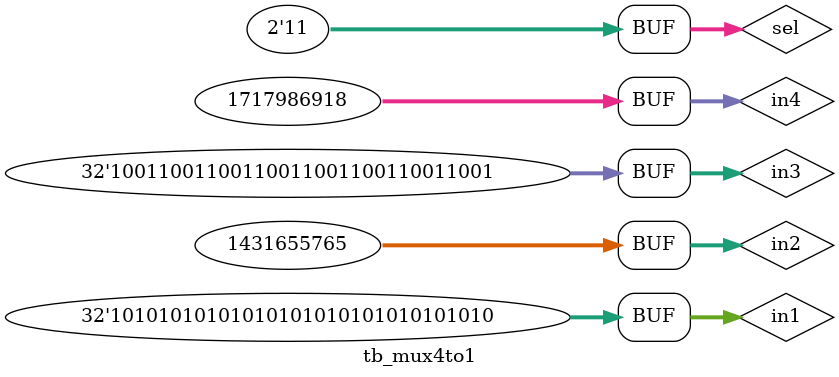
<source format=v>
module tb_mux4to1;
    wire [31:0]out;
    reg [31:0]in1,in2,in3,in4;
    reg [1:0]sel;

    mux4to1 m1(out,in1,in2,in3,in4,sel);

    initial
        $monitor($time," in1=%h in2=%h in3=%h in4=%h sel=%b out=%h",in1,in2,in3,in4,sel,out);
    initial
    begin
        in1=32'b10101010_10101010_10101010_10101010;
        in2=32'b01010101_01010101_01010101_01010101;
        in3=32'b10011001_10011001_10011001_10011001;
        in4=32'b01100110_01100110_01100110_01100110;

        sel=2'b00;
        #100 sel=2'b01;
        #100 sel=2'b10;
        #100 sel=2'b11;
    end
endmodule
</source>
